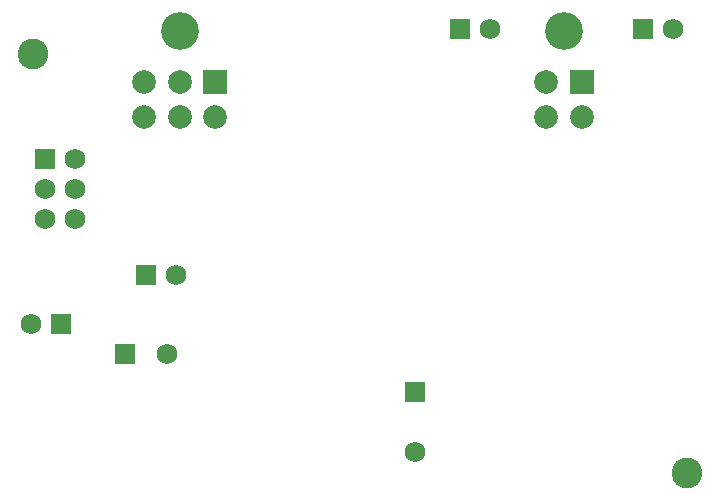
<source format=gbs>
G04 Layer_Color=16711935*
%FSLAX24Y24*%
%MOIN*%
G70*
G01*
G75*
%ADD101C,0.0680*%
%ADD102R,0.0680X0.0680*%
%ADD103C,0.0789*%
%ADD104C,0.1261*%
%ADD105R,0.0789X0.0789*%
%ADD106R,0.0789X0.0789*%
%ADD107R,0.0680X0.0680*%
%ADD108C,0.1025*%
D101*
X20890Y35650D02*
D03*
X25394Y34636D02*
D03*
X33671Y31376D02*
D03*
X25724Y37264D02*
D03*
X21339Y40132D02*
D03*
X22339Y41132D02*
D03*
Y40132D02*
D03*
X21339Y39132D02*
D03*
X22339D02*
D03*
X42270Y45482D02*
D03*
X36167D02*
D03*
D102*
X21890Y35650D02*
D03*
X24016Y34636D02*
D03*
X24724Y37264D02*
D03*
X41270Y45482D02*
D03*
X35167D02*
D03*
D103*
X39232Y42541D02*
D03*
X38051D02*
D03*
Y43722D02*
D03*
X27008Y42541D02*
D03*
X24646Y43722D02*
D03*
X25827D02*
D03*
X24646Y42541D02*
D03*
X25827D02*
D03*
D104*
X38642Y45423D02*
D03*
X25827D02*
D03*
D105*
X39232Y43722D02*
D03*
D106*
X27008D02*
D03*
D107*
X33671Y33376D02*
D03*
X21339Y41132D02*
D03*
D108*
X20925Y44636D02*
D03*
X42726Y30689D02*
D03*
M02*

</source>
